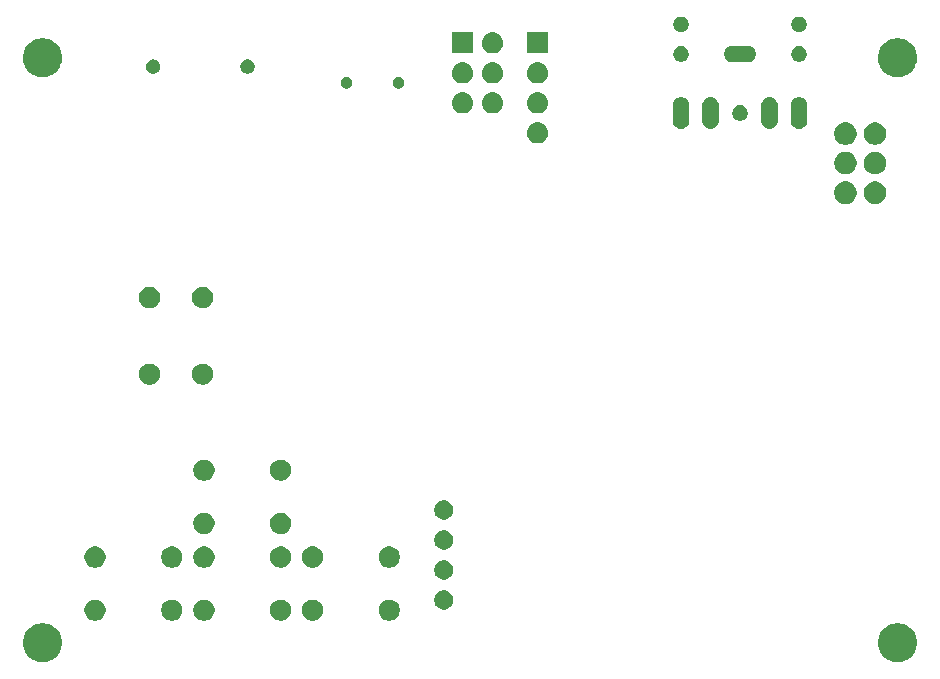
<source format=gbr>
%TF.GenerationSoftware,KiCad,Pcbnew,(5.0.2)-1*%
%TF.CreationDate,2019-08-28T15:07:36-07:00*%
%TF.ProjectId,OPL3_VGM_Player,4f504c33-5f56-4474-9d5f-506c61796572,rev?*%
%TF.SameCoordinates,Original*%
%TF.FileFunction,Soldermask,Bot*%
%TF.FilePolarity,Negative*%
%FSLAX46Y46*%
G04 Gerber Fmt 4.6, Leading zero omitted, Abs format (unit mm)*
G04 Created by KiCad (PCBNEW (5.0.2)-1) date 8/28/2019 3:07:36 PM*
%MOMM*%
%LPD*%
G01*
G04 APERTURE LIST*
%ADD10C,0.100000*%
G04 APERTURE END LIST*
D10*
G36*
X226435256Y-135551298D02*
X226541579Y-135572447D01*
X226842042Y-135696903D01*
X227108852Y-135875180D01*
X227112454Y-135877587D01*
X227342413Y-136107546D01*
X227523098Y-136377960D01*
X227647553Y-136678422D01*
X227711000Y-136997389D01*
X227711000Y-137322611D01*
X227647553Y-137641578D01*
X227523098Y-137942040D01*
X227342413Y-138212454D01*
X227112454Y-138442413D01*
X227112451Y-138442415D01*
X226842042Y-138623097D01*
X226541579Y-138747553D01*
X226435256Y-138768702D01*
X226222611Y-138811000D01*
X225897389Y-138811000D01*
X225684744Y-138768702D01*
X225578421Y-138747553D01*
X225277958Y-138623097D01*
X225007549Y-138442415D01*
X225007546Y-138442413D01*
X224777587Y-138212454D01*
X224596902Y-137942040D01*
X224472447Y-137641578D01*
X224409000Y-137322611D01*
X224409000Y-136997389D01*
X224472447Y-136678422D01*
X224596902Y-136377960D01*
X224777587Y-136107546D01*
X225007546Y-135877587D01*
X225011148Y-135875180D01*
X225277958Y-135696903D01*
X225578421Y-135572447D01*
X225684744Y-135551298D01*
X225897389Y-135509000D01*
X226222611Y-135509000D01*
X226435256Y-135551298D01*
X226435256Y-135551298D01*
G37*
G36*
X154045256Y-135551298D02*
X154151579Y-135572447D01*
X154452042Y-135696903D01*
X154718852Y-135875180D01*
X154722454Y-135877587D01*
X154952413Y-136107546D01*
X155133098Y-136377960D01*
X155257553Y-136678422D01*
X155321000Y-136997389D01*
X155321000Y-137322611D01*
X155257553Y-137641578D01*
X155133098Y-137942040D01*
X154952413Y-138212454D01*
X154722454Y-138442413D01*
X154722451Y-138442415D01*
X154452042Y-138623097D01*
X154151579Y-138747553D01*
X154045256Y-138768702D01*
X153832611Y-138811000D01*
X153507389Y-138811000D01*
X153294744Y-138768702D01*
X153188421Y-138747553D01*
X152887958Y-138623097D01*
X152617549Y-138442415D01*
X152617546Y-138442413D01*
X152387587Y-138212454D01*
X152206902Y-137942040D01*
X152082447Y-137641578D01*
X152019000Y-137322611D01*
X152019000Y-136997389D01*
X152082447Y-136678422D01*
X152206902Y-136377960D01*
X152387587Y-136107546D01*
X152617546Y-135877587D01*
X152621148Y-135875180D01*
X152887958Y-135696903D01*
X153188421Y-135572447D01*
X153294744Y-135551298D01*
X153507389Y-135509000D01*
X153832611Y-135509000D01*
X154045256Y-135551298D01*
X154045256Y-135551298D01*
G37*
G36*
X183292812Y-133541924D02*
X183456784Y-133609844D01*
X183604354Y-133708447D01*
X183729853Y-133833946D01*
X183828456Y-133981516D01*
X183896376Y-134145488D01*
X183931000Y-134319559D01*
X183931000Y-134497041D01*
X183896376Y-134671112D01*
X183828456Y-134835084D01*
X183729853Y-134982654D01*
X183604354Y-135108153D01*
X183456784Y-135206756D01*
X183292812Y-135274676D01*
X183118741Y-135309300D01*
X182941259Y-135309300D01*
X182767188Y-135274676D01*
X182603216Y-135206756D01*
X182455646Y-135108153D01*
X182330147Y-134982654D01*
X182231544Y-134835084D01*
X182163624Y-134671112D01*
X182129000Y-134497041D01*
X182129000Y-134319559D01*
X182163624Y-134145488D01*
X182231544Y-133981516D01*
X182330147Y-133833946D01*
X182455646Y-133708447D01*
X182603216Y-133609844D01*
X182767188Y-133541924D01*
X182941259Y-133507300D01*
X183118741Y-133507300D01*
X183292812Y-133541924D01*
X183292812Y-133541924D01*
G37*
G36*
X176792812Y-133541924D02*
X176956784Y-133609844D01*
X177104354Y-133708447D01*
X177229853Y-133833946D01*
X177328456Y-133981516D01*
X177396376Y-134145488D01*
X177431000Y-134319559D01*
X177431000Y-134497041D01*
X177396376Y-134671112D01*
X177328456Y-134835084D01*
X177229853Y-134982654D01*
X177104354Y-135108153D01*
X176956784Y-135206756D01*
X176792812Y-135274676D01*
X176618741Y-135309300D01*
X176441259Y-135309300D01*
X176267188Y-135274676D01*
X176103216Y-135206756D01*
X175955646Y-135108153D01*
X175830147Y-134982654D01*
X175731544Y-134835084D01*
X175663624Y-134671112D01*
X175629000Y-134497041D01*
X175629000Y-134319559D01*
X175663624Y-134145488D01*
X175731544Y-133981516D01*
X175830147Y-133833946D01*
X175955646Y-133708447D01*
X176103216Y-133609844D01*
X176267188Y-133541924D01*
X176441259Y-133507300D01*
X176618741Y-133507300D01*
X176792812Y-133541924D01*
X176792812Y-133541924D01*
G37*
G36*
X167598012Y-133541924D02*
X167761984Y-133609844D01*
X167909554Y-133708447D01*
X168035053Y-133833946D01*
X168133656Y-133981516D01*
X168201576Y-134145488D01*
X168236200Y-134319559D01*
X168236200Y-134497041D01*
X168201576Y-134671112D01*
X168133656Y-134835084D01*
X168035053Y-134982654D01*
X167909554Y-135108153D01*
X167761984Y-135206756D01*
X167598012Y-135274676D01*
X167423941Y-135309300D01*
X167246459Y-135309300D01*
X167072388Y-135274676D01*
X166908416Y-135206756D01*
X166760846Y-135108153D01*
X166635347Y-134982654D01*
X166536744Y-134835084D01*
X166468824Y-134671112D01*
X166434200Y-134497041D01*
X166434200Y-134319559D01*
X166468824Y-134145488D01*
X166536744Y-133981516D01*
X166635347Y-133833946D01*
X166760846Y-133708447D01*
X166908416Y-133609844D01*
X167072388Y-133541924D01*
X167246459Y-133507300D01*
X167423941Y-133507300D01*
X167598012Y-133541924D01*
X167598012Y-133541924D01*
G37*
G36*
X164877812Y-133541924D02*
X165041784Y-133609844D01*
X165189354Y-133708447D01*
X165314853Y-133833946D01*
X165413456Y-133981516D01*
X165481376Y-134145488D01*
X165516000Y-134319559D01*
X165516000Y-134497041D01*
X165481376Y-134671112D01*
X165413456Y-134835084D01*
X165314853Y-134982654D01*
X165189354Y-135108153D01*
X165041784Y-135206756D01*
X164877812Y-135274676D01*
X164703741Y-135309300D01*
X164526259Y-135309300D01*
X164352188Y-135274676D01*
X164188216Y-135206756D01*
X164040646Y-135108153D01*
X163915147Y-134982654D01*
X163816544Y-134835084D01*
X163748624Y-134671112D01*
X163714000Y-134497041D01*
X163714000Y-134319559D01*
X163748624Y-134145488D01*
X163816544Y-133981516D01*
X163915147Y-133833946D01*
X164040646Y-133708447D01*
X164188216Y-133609844D01*
X164352188Y-133541924D01*
X164526259Y-133507300D01*
X164703741Y-133507300D01*
X164877812Y-133541924D01*
X164877812Y-133541924D01*
G37*
G36*
X158377812Y-133541924D02*
X158541784Y-133609844D01*
X158689354Y-133708447D01*
X158814853Y-133833946D01*
X158913456Y-133981516D01*
X158981376Y-134145488D01*
X159016000Y-134319559D01*
X159016000Y-134497041D01*
X158981376Y-134671112D01*
X158913456Y-134835084D01*
X158814853Y-134982654D01*
X158689354Y-135108153D01*
X158541784Y-135206756D01*
X158377812Y-135274676D01*
X158203741Y-135309300D01*
X158026259Y-135309300D01*
X157852188Y-135274676D01*
X157688216Y-135206756D01*
X157540646Y-135108153D01*
X157415147Y-134982654D01*
X157316544Y-134835084D01*
X157248624Y-134671112D01*
X157214000Y-134497041D01*
X157214000Y-134319559D01*
X157248624Y-134145488D01*
X157316544Y-133981516D01*
X157415147Y-133833946D01*
X157540646Y-133708447D01*
X157688216Y-133609844D01*
X157852188Y-133541924D01*
X158026259Y-133507300D01*
X158203741Y-133507300D01*
X158377812Y-133541924D01*
X158377812Y-133541924D01*
G37*
G36*
X174098012Y-133541924D02*
X174261984Y-133609844D01*
X174409554Y-133708447D01*
X174535053Y-133833946D01*
X174633656Y-133981516D01*
X174701576Y-134145488D01*
X174736200Y-134319559D01*
X174736200Y-134497041D01*
X174701576Y-134671112D01*
X174633656Y-134835084D01*
X174535053Y-134982654D01*
X174409554Y-135108153D01*
X174261984Y-135206756D01*
X174098012Y-135274676D01*
X173923941Y-135309300D01*
X173746459Y-135309300D01*
X173572388Y-135274676D01*
X173408416Y-135206756D01*
X173260846Y-135108153D01*
X173135347Y-134982654D01*
X173036744Y-134835084D01*
X172968824Y-134671112D01*
X172934200Y-134497041D01*
X172934200Y-134319559D01*
X172968824Y-134145488D01*
X173036744Y-133981516D01*
X173135347Y-133833946D01*
X173260846Y-133708447D01*
X173408416Y-133609844D01*
X173572388Y-133541924D01*
X173746459Y-133507300D01*
X173923941Y-133507300D01*
X174098012Y-133541924D01*
X174098012Y-133541924D01*
G37*
G36*
X187885742Y-132758242D02*
X188033702Y-132819530D01*
X188166858Y-132908502D01*
X188280098Y-133021742D01*
X188369070Y-133154898D01*
X188430358Y-133302858D01*
X188461600Y-133459925D01*
X188461600Y-133620075D01*
X188430358Y-133777142D01*
X188369070Y-133925102D01*
X188280098Y-134058258D01*
X188166858Y-134171498D01*
X188033702Y-134260470D01*
X187885742Y-134321758D01*
X187728675Y-134353000D01*
X187568525Y-134353000D01*
X187411458Y-134321758D01*
X187263498Y-134260470D01*
X187130342Y-134171498D01*
X187017102Y-134058258D01*
X186928130Y-133925102D01*
X186866842Y-133777142D01*
X186835600Y-133620075D01*
X186835600Y-133459925D01*
X186866842Y-133302858D01*
X186928130Y-133154898D01*
X187017102Y-133021742D01*
X187130342Y-132908502D01*
X187263498Y-132819530D01*
X187411458Y-132758242D01*
X187568525Y-132727000D01*
X187728675Y-132727000D01*
X187885742Y-132758242D01*
X187885742Y-132758242D01*
G37*
G36*
X187885742Y-130218242D02*
X188033702Y-130279530D01*
X188100730Y-130324317D01*
X188166857Y-130368501D01*
X188280099Y-130481743D01*
X188324283Y-130547870D01*
X188369070Y-130614898D01*
X188430358Y-130762858D01*
X188461600Y-130919925D01*
X188461600Y-131080075D01*
X188430358Y-131237142D01*
X188369070Y-131385102D01*
X188280098Y-131518258D01*
X188166858Y-131631498D01*
X188033702Y-131720470D01*
X187885742Y-131781758D01*
X187728675Y-131813000D01*
X187568525Y-131813000D01*
X187411458Y-131781758D01*
X187263498Y-131720470D01*
X187130342Y-131631498D01*
X187017102Y-131518258D01*
X186928130Y-131385102D01*
X186866842Y-131237142D01*
X186835600Y-131080075D01*
X186835600Y-130919925D01*
X186866842Y-130762858D01*
X186928130Y-130614898D01*
X186972917Y-130547870D01*
X187017101Y-130481743D01*
X187130343Y-130368501D01*
X187196470Y-130324317D01*
X187263498Y-130279530D01*
X187411458Y-130218242D01*
X187568525Y-130187000D01*
X187728675Y-130187000D01*
X187885742Y-130218242D01*
X187885742Y-130218242D01*
G37*
G36*
X183292812Y-129041924D02*
X183456784Y-129109844D01*
X183604354Y-129208447D01*
X183729853Y-129333946D01*
X183828456Y-129481516D01*
X183896376Y-129645488D01*
X183931000Y-129819559D01*
X183931000Y-129997041D01*
X183896376Y-130171112D01*
X183828456Y-130335084D01*
X183729853Y-130482654D01*
X183604354Y-130608153D01*
X183456784Y-130706756D01*
X183292812Y-130774676D01*
X183118741Y-130809300D01*
X182941259Y-130809300D01*
X182767188Y-130774676D01*
X182603216Y-130706756D01*
X182455646Y-130608153D01*
X182330147Y-130482654D01*
X182231544Y-130335084D01*
X182163624Y-130171112D01*
X182129000Y-129997041D01*
X182129000Y-129819559D01*
X182163624Y-129645488D01*
X182231544Y-129481516D01*
X182330147Y-129333946D01*
X182455646Y-129208447D01*
X182603216Y-129109844D01*
X182767188Y-129041924D01*
X182941259Y-129007300D01*
X183118741Y-129007300D01*
X183292812Y-129041924D01*
X183292812Y-129041924D01*
G37*
G36*
X176792812Y-129041924D02*
X176956784Y-129109844D01*
X177104354Y-129208447D01*
X177229853Y-129333946D01*
X177328456Y-129481516D01*
X177396376Y-129645488D01*
X177431000Y-129819559D01*
X177431000Y-129997041D01*
X177396376Y-130171112D01*
X177328456Y-130335084D01*
X177229853Y-130482654D01*
X177104354Y-130608153D01*
X176956784Y-130706756D01*
X176792812Y-130774676D01*
X176618741Y-130809300D01*
X176441259Y-130809300D01*
X176267188Y-130774676D01*
X176103216Y-130706756D01*
X175955646Y-130608153D01*
X175830147Y-130482654D01*
X175731544Y-130335084D01*
X175663624Y-130171112D01*
X175629000Y-129997041D01*
X175629000Y-129819559D01*
X175663624Y-129645488D01*
X175731544Y-129481516D01*
X175830147Y-129333946D01*
X175955646Y-129208447D01*
X176103216Y-129109844D01*
X176267188Y-129041924D01*
X176441259Y-129007300D01*
X176618741Y-129007300D01*
X176792812Y-129041924D01*
X176792812Y-129041924D01*
G37*
G36*
X167598012Y-129041924D02*
X167761984Y-129109844D01*
X167909554Y-129208447D01*
X168035053Y-129333946D01*
X168133656Y-129481516D01*
X168201576Y-129645488D01*
X168236200Y-129819559D01*
X168236200Y-129997041D01*
X168201576Y-130171112D01*
X168133656Y-130335084D01*
X168035053Y-130482654D01*
X167909554Y-130608153D01*
X167761984Y-130706756D01*
X167598012Y-130774676D01*
X167423941Y-130809300D01*
X167246459Y-130809300D01*
X167072388Y-130774676D01*
X166908416Y-130706756D01*
X166760846Y-130608153D01*
X166635347Y-130482654D01*
X166536744Y-130335084D01*
X166468824Y-130171112D01*
X166434200Y-129997041D01*
X166434200Y-129819559D01*
X166468824Y-129645488D01*
X166536744Y-129481516D01*
X166635347Y-129333946D01*
X166760846Y-129208447D01*
X166908416Y-129109844D01*
X167072388Y-129041924D01*
X167246459Y-129007300D01*
X167423941Y-129007300D01*
X167598012Y-129041924D01*
X167598012Y-129041924D01*
G37*
G36*
X174098012Y-129041924D02*
X174261984Y-129109844D01*
X174409554Y-129208447D01*
X174535053Y-129333946D01*
X174633656Y-129481516D01*
X174701576Y-129645488D01*
X174736200Y-129819559D01*
X174736200Y-129997041D01*
X174701576Y-130171112D01*
X174633656Y-130335084D01*
X174535053Y-130482654D01*
X174409554Y-130608153D01*
X174261984Y-130706756D01*
X174098012Y-130774676D01*
X173923941Y-130809300D01*
X173746459Y-130809300D01*
X173572388Y-130774676D01*
X173408416Y-130706756D01*
X173260846Y-130608153D01*
X173135347Y-130482654D01*
X173036744Y-130335084D01*
X172968824Y-130171112D01*
X172934200Y-129997041D01*
X172934200Y-129819559D01*
X172968824Y-129645488D01*
X173036744Y-129481516D01*
X173135347Y-129333946D01*
X173260846Y-129208447D01*
X173408416Y-129109844D01*
X173572388Y-129041924D01*
X173746459Y-129007300D01*
X173923941Y-129007300D01*
X174098012Y-129041924D01*
X174098012Y-129041924D01*
G37*
G36*
X158377812Y-129041924D02*
X158541784Y-129109844D01*
X158689354Y-129208447D01*
X158814853Y-129333946D01*
X158913456Y-129481516D01*
X158981376Y-129645488D01*
X159016000Y-129819559D01*
X159016000Y-129997041D01*
X158981376Y-130171112D01*
X158913456Y-130335084D01*
X158814853Y-130482654D01*
X158689354Y-130608153D01*
X158541784Y-130706756D01*
X158377812Y-130774676D01*
X158203741Y-130809300D01*
X158026259Y-130809300D01*
X157852188Y-130774676D01*
X157688216Y-130706756D01*
X157540646Y-130608153D01*
X157415147Y-130482654D01*
X157316544Y-130335084D01*
X157248624Y-130171112D01*
X157214000Y-129997041D01*
X157214000Y-129819559D01*
X157248624Y-129645488D01*
X157316544Y-129481516D01*
X157415147Y-129333946D01*
X157540646Y-129208447D01*
X157688216Y-129109844D01*
X157852188Y-129041924D01*
X158026259Y-129007300D01*
X158203741Y-129007300D01*
X158377812Y-129041924D01*
X158377812Y-129041924D01*
G37*
G36*
X164877812Y-129041924D02*
X165041784Y-129109844D01*
X165189354Y-129208447D01*
X165314853Y-129333946D01*
X165413456Y-129481516D01*
X165481376Y-129645488D01*
X165516000Y-129819559D01*
X165516000Y-129997041D01*
X165481376Y-130171112D01*
X165413456Y-130335084D01*
X165314853Y-130482654D01*
X165189354Y-130608153D01*
X165041784Y-130706756D01*
X164877812Y-130774676D01*
X164703741Y-130809300D01*
X164526259Y-130809300D01*
X164352188Y-130774676D01*
X164188216Y-130706756D01*
X164040646Y-130608153D01*
X163915147Y-130482654D01*
X163816544Y-130335084D01*
X163748624Y-130171112D01*
X163714000Y-129997041D01*
X163714000Y-129819559D01*
X163748624Y-129645488D01*
X163816544Y-129481516D01*
X163915147Y-129333946D01*
X164040646Y-129208447D01*
X164188216Y-129109844D01*
X164352188Y-129041924D01*
X164526259Y-129007300D01*
X164703741Y-129007300D01*
X164877812Y-129041924D01*
X164877812Y-129041924D01*
G37*
G36*
X187885742Y-127678242D02*
X188033702Y-127739530D01*
X188166858Y-127828502D01*
X188280098Y-127941742D01*
X188369070Y-128074898D01*
X188430358Y-128222858D01*
X188461600Y-128379925D01*
X188461600Y-128540075D01*
X188430358Y-128697142D01*
X188382954Y-128811583D01*
X188369071Y-128845100D01*
X188280099Y-128978257D01*
X188166857Y-129091499D01*
X188100730Y-129135683D01*
X188033702Y-129180470D01*
X187885742Y-129241758D01*
X187728675Y-129273000D01*
X187568525Y-129273000D01*
X187411458Y-129241758D01*
X187263498Y-129180470D01*
X187196470Y-129135683D01*
X187130343Y-129091499D01*
X187017101Y-128978257D01*
X186928129Y-128845100D01*
X186914246Y-128811583D01*
X186866842Y-128697142D01*
X186835600Y-128540075D01*
X186835600Y-128379925D01*
X186866842Y-128222858D01*
X186928130Y-128074898D01*
X187017102Y-127941742D01*
X187130342Y-127828502D01*
X187263498Y-127739530D01*
X187411458Y-127678242D01*
X187568525Y-127647000D01*
X187728675Y-127647000D01*
X187885742Y-127678242D01*
X187885742Y-127678242D01*
G37*
G36*
X167598012Y-126188624D02*
X167761984Y-126256544D01*
X167909554Y-126355147D01*
X168035053Y-126480646D01*
X168133656Y-126628216D01*
X168201576Y-126792188D01*
X168236200Y-126966259D01*
X168236200Y-127143741D01*
X168201576Y-127317812D01*
X168133656Y-127481784D01*
X168035053Y-127629354D01*
X167909554Y-127754853D01*
X167761984Y-127853456D01*
X167598012Y-127921376D01*
X167423941Y-127956000D01*
X167246459Y-127956000D01*
X167072388Y-127921376D01*
X166908416Y-127853456D01*
X166760846Y-127754853D01*
X166635347Y-127629354D01*
X166536744Y-127481784D01*
X166468824Y-127317812D01*
X166434200Y-127143741D01*
X166434200Y-126966259D01*
X166468824Y-126792188D01*
X166536744Y-126628216D01*
X166635347Y-126480646D01*
X166760846Y-126355147D01*
X166908416Y-126256544D01*
X167072388Y-126188624D01*
X167246459Y-126154000D01*
X167423941Y-126154000D01*
X167598012Y-126188624D01*
X167598012Y-126188624D01*
G37*
G36*
X174098012Y-126188624D02*
X174261984Y-126256544D01*
X174409554Y-126355147D01*
X174535053Y-126480646D01*
X174633656Y-126628216D01*
X174701576Y-126792188D01*
X174736200Y-126966259D01*
X174736200Y-127143741D01*
X174701576Y-127317812D01*
X174633656Y-127481784D01*
X174535053Y-127629354D01*
X174409554Y-127754853D01*
X174261984Y-127853456D01*
X174098012Y-127921376D01*
X173923941Y-127956000D01*
X173746459Y-127956000D01*
X173572388Y-127921376D01*
X173408416Y-127853456D01*
X173260846Y-127754853D01*
X173135347Y-127629354D01*
X173036744Y-127481784D01*
X172968824Y-127317812D01*
X172934200Y-127143741D01*
X172934200Y-126966259D01*
X172968824Y-126792188D01*
X173036744Y-126628216D01*
X173135347Y-126480646D01*
X173260846Y-126355147D01*
X173408416Y-126256544D01*
X173572388Y-126188624D01*
X173746459Y-126154000D01*
X173923941Y-126154000D01*
X174098012Y-126188624D01*
X174098012Y-126188624D01*
G37*
G36*
X187885742Y-125138242D02*
X188033702Y-125199530D01*
X188166858Y-125288502D01*
X188280098Y-125401742D01*
X188369070Y-125534898D01*
X188430358Y-125682858D01*
X188461600Y-125839925D01*
X188461600Y-126000075D01*
X188430358Y-126157142D01*
X188369070Y-126305102D01*
X188280098Y-126438258D01*
X188166858Y-126551498D01*
X188033702Y-126640470D01*
X187885742Y-126701758D01*
X187728675Y-126733000D01*
X187568525Y-126733000D01*
X187411458Y-126701758D01*
X187263498Y-126640470D01*
X187130342Y-126551498D01*
X187017102Y-126438258D01*
X186928130Y-126305102D01*
X186866842Y-126157142D01*
X186835600Y-126000075D01*
X186835600Y-125839925D01*
X186866842Y-125682858D01*
X186928130Y-125534898D01*
X187017102Y-125401742D01*
X187130342Y-125288502D01*
X187263498Y-125199530D01*
X187411458Y-125138242D01*
X187568525Y-125107000D01*
X187728675Y-125107000D01*
X187885742Y-125138242D01*
X187885742Y-125138242D01*
G37*
G36*
X174098012Y-121688624D02*
X174261984Y-121756544D01*
X174409554Y-121855147D01*
X174535053Y-121980646D01*
X174633656Y-122128216D01*
X174701576Y-122292188D01*
X174736200Y-122466259D01*
X174736200Y-122643741D01*
X174701576Y-122817812D01*
X174633656Y-122981784D01*
X174535053Y-123129354D01*
X174409554Y-123254853D01*
X174261984Y-123353456D01*
X174098012Y-123421376D01*
X173923941Y-123456000D01*
X173746459Y-123456000D01*
X173572388Y-123421376D01*
X173408416Y-123353456D01*
X173260846Y-123254853D01*
X173135347Y-123129354D01*
X173036744Y-122981784D01*
X172968824Y-122817812D01*
X172934200Y-122643741D01*
X172934200Y-122466259D01*
X172968824Y-122292188D01*
X173036744Y-122128216D01*
X173135347Y-121980646D01*
X173260846Y-121855147D01*
X173408416Y-121756544D01*
X173572388Y-121688624D01*
X173746459Y-121654000D01*
X173923941Y-121654000D01*
X174098012Y-121688624D01*
X174098012Y-121688624D01*
G37*
G36*
X167598012Y-121688624D02*
X167761984Y-121756544D01*
X167909554Y-121855147D01*
X168035053Y-121980646D01*
X168133656Y-122128216D01*
X168201576Y-122292188D01*
X168236200Y-122466259D01*
X168236200Y-122643741D01*
X168201576Y-122817812D01*
X168133656Y-122981784D01*
X168035053Y-123129354D01*
X167909554Y-123254853D01*
X167761984Y-123353456D01*
X167598012Y-123421376D01*
X167423941Y-123456000D01*
X167246459Y-123456000D01*
X167072388Y-123421376D01*
X166908416Y-123353456D01*
X166760846Y-123254853D01*
X166635347Y-123129354D01*
X166536744Y-122981784D01*
X166468824Y-122817812D01*
X166434200Y-122643741D01*
X166434200Y-122466259D01*
X166468824Y-122292188D01*
X166536744Y-122128216D01*
X166635347Y-121980646D01*
X166760846Y-121855147D01*
X166908416Y-121756544D01*
X167072388Y-121688624D01*
X167246459Y-121654000D01*
X167423941Y-121654000D01*
X167598012Y-121688624D01*
X167598012Y-121688624D01*
G37*
G36*
X167496412Y-113558224D02*
X167660384Y-113626144D01*
X167807954Y-113724747D01*
X167933453Y-113850246D01*
X168032056Y-113997816D01*
X168099976Y-114161788D01*
X168134600Y-114335859D01*
X168134600Y-114513341D01*
X168099976Y-114687412D01*
X168032056Y-114851384D01*
X167933453Y-114998954D01*
X167807954Y-115124453D01*
X167660384Y-115223056D01*
X167496412Y-115290976D01*
X167322341Y-115325600D01*
X167144859Y-115325600D01*
X166970788Y-115290976D01*
X166806816Y-115223056D01*
X166659246Y-115124453D01*
X166533747Y-114998954D01*
X166435144Y-114851384D01*
X166367224Y-114687412D01*
X166332600Y-114513341D01*
X166332600Y-114335859D01*
X166367224Y-114161788D01*
X166435144Y-113997816D01*
X166533747Y-113850246D01*
X166659246Y-113724747D01*
X166806816Y-113626144D01*
X166970788Y-113558224D01*
X167144859Y-113523600D01*
X167322341Y-113523600D01*
X167496412Y-113558224D01*
X167496412Y-113558224D01*
G37*
G36*
X162996412Y-113558224D02*
X163160384Y-113626144D01*
X163307954Y-113724747D01*
X163433453Y-113850246D01*
X163532056Y-113997816D01*
X163599976Y-114161788D01*
X163634600Y-114335859D01*
X163634600Y-114513341D01*
X163599976Y-114687412D01*
X163532056Y-114851384D01*
X163433453Y-114998954D01*
X163307954Y-115124453D01*
X163160384Y-115223056D01*
X162996412Y-115290976D01*
X162822341Y-115325600D01*
X162644859Y-115325600D01*
X162470788Y-115290976D01*
X162306816Y-115223056D01*
X162159246Y-115124453D01*
X162033747Y-114998954D01*
X161935144Y-114851384D01*
X161867224Y-114687412D01*
X161832600Y-114513341D01*
X161832600Y-114335859D01*
X161867224Y-114161788D01*
X161935144Y-113997816D01*
X162033747Y-113850246D01*
X162159246Y-113724747D01*
X162306816Y-113626144D01*
X162470788Y-113558224D01*
X162644859Y-113523600D01*
X162822341Y-113523600D01*
X162996412Y-113558224D01*
X162996412Y-113558224D01*
G37*
G36*
X162996412Y-107058224D02*
X163160384Y-107126144D01*
X163307954Y-107224747D01*
X163433453Y-107350246D01*
X163532056Y-107497816D01*
X163599976Y-107661788D01*
X163634600Y-107835859D01*
X163634600Y-108013341D01*
X163599976Y-108187412D01*
X163532056Y-108351384D01*
X163433453Y-108498954D01*
X163307954Y-108624453D01*
X163160384Y-108723056D01*
X162996412Y-108790976D01*
X162822341Y-108825600D01*
X162644859Y-108825600D01*
X162470788Y-108790976D01*
X162306816Y-108723056D01*
X162159246Y-108624453D01*
X162033747Y-108498954D01*
X161935144Y-108351384D01*
X161867224Y-108187412D01*
X161832600Y-108013341D01*
X161832600Y-107835859D01*
X161867224Y-107661788D01*
X161935144Y-107497816D01*
X162033747Y-107350246D01*
X162159246Y-107224747D01*
X162306816Y-107126144D01*
X162470788Y-107058224D01*
X162644859Y-107023600D01*
X162822341Y-107023600D01*
X162996412Y-107058224D01*
X162996412Y-107058224D01*
G37*
G36*
X167496412Y-107058224D02*
X167660384Y-107126144D01*
X167807954Y-107224747D01*
X167933453Y-107350246D01*
X168032056Y-107497816D01*
X168099976Y-107661788D01*
X168134600Y-107835859D01*
X168134600Y-108013341D01*
X168099976Y-108187412D01*
X168032056Y-108351384D01*
X167933453Y-108498954D01*
X167807954Y-108624453D01*
X167660384Y-108723056D01*
X167496412Y-108790976D01*
X167322341Y-108825600D01*
X167144859Y-108825600D01*
X166970788Y-108790976D01*
X166806816Y-108723056D01*
X166659246Y-108624453D01*
X166533747Y-108498954D01*
X166435144Y-108351384D01*
X166367224Y-108187412D01*
X166332600Y-108013341D01*
X166332600Y-107835859D01*
X166367224Y-107661788D01*
X166435144Y-107497816D01*
X166533747Y-107350246D01*
X166659246Y-107224747D01*
X166806816Y-107126144D01*
X166970788Y-107058224D01*
X167144859Y-107023600D01*
X167322341Y-107023600D01*
X167496412Y-107058224D01*
X167496412Y-107058224D01*
G37*
G36*
X224432396Y-98145546D02*
X224605466Y-98217234D01*
X224761230Y-98321312D01*
X224893688Y-98453770D01*
X224997766Y-98609534D01*
X225069454Y-98782604D01*
X225106000Y-98966333D01*
X225106000Y-99153667D01*
X225069454Y-99337396D01*
X224997766Y-99510466D01*
X224893688Y-99666230D01*
X224761230Y-99798688D01*
X224605466Y-99902766D01*
X224432396Y-99974454D01*
X224248667Y-100011000D01*
X224061333Y-100011000D01*
X223877604Y-99974454D01*
X223704534Y-99902766D01*
X223548770Y-99798688D01*
X223416312Y-99666230D01*
X223312234Y-99510466D01*
X223240546Y-99337396D01*
X223204000Y-99153667D01*
X223204000Y-98966333D01*
X223240546Y-98782604D01*
X223312234Y-98609534D01*
X223416312Y-98453770D01*
X223548770Y-98321312D01*
X223704534Y-98217234D01*
X223877604Y-98145546D01*
X224061333Y-98109000D01*
X224248667Y-98109000D01*
X224432396Y-98145546D01*
X224432396Y-98145546D01*
G37*
G36*
X221932396Y-98145546D02*
X222105466Y-98217234D01*
X222261230Y-98321312D01*
X222393688Y-98453770D01*
X222497766Y-98609534D01*
X222569454Y-98782604D01*
X222606000Y-98966333D01*
X222606000Y-99153667D01*
X222569454Y-99337396D01*
X222497766Y-99510466D01*
X222393688Y-99666230D01*
X222261230Y-99798688D01*
X222105466Y-99902766D01*
X221932396Y-99974454D01*
X221748667Y-100011000D01*
X221561333Y-100011000D01*
X221377604Y-99974454D01*
X221204534Y-99902766D01*
X221048770Y-99798688D01*
X220916312Y-99666230D01*
X220812234Y-99510466D01*
X220740546Y-99337396D01*
X220704000Y-99153667D01*
X220704000Y-98966333D01*
X220740546Y-98782604D01*
X220812234Y-98609534D01*
X220916312Y-98453770D01*
X221048770Y-98321312D01*
X221204534Y-98217234D01*
X221377604Y-98145546D01*
X221561333Y-98109000D01*
X221748667Y-98109000D01*
X221932396Y-98145546D01*
X221932396Y-98145546D01*
G37*
G36*
X221932396Y-95645546D02*
X222105466Y-95717234D01*
X222261230Y-95821312D01*
X222393688Y-95953770D01*
X222497766Y-96109534D01*
X222569454Y-96282604D01*
X222606000Y-96466333D01*
X222606000Y-96653667D01*
X222569454Y-96837396D01*
X222497766Y-97010466D01*
X222393688Y-97166230D01*
X222261230Y-97298688D01*
X222105466Y-97402766D01*
X221932396Y-97474454D01*
X221748667Y-97511000D01*
X221561333Y-97511000D01*
X221377604Y-97474454D01*
X221204534Y-97402766D01*
X221048770Y-97298688D01*
X220916312Y-97166230D01*
X220812234Y-97010466D01*
X220740546Y-96837396D01*
X220704000Y-96653667D01*
X220704000Y-96466333D01*
X220740546Y-96282604D01*
X220812234Y-96109534D01*
X220916312Y-95953770D01*
X221048770Y-95821312D01*
X221204534Y-95717234D01*
X221377604Y-95645546D01*
X221561333Y-95609000D01*
X221748667Y-95609000D01*
X221932396Y-95645546D01*
X221932396Y-95645546D01*
G37*
G36*
X224432396Y-95645546D02*
X224605466Y-95717234D01*
X224761230Y-95821312D01*
X224893688Y-95953770D01*
X224997766Y-96109534D01*
X225069454Y-96282604D01*
X225106000Y-96466333D01*
X225106000Y-96653667D01*
X225069454Y-96837396D01*
X224997766Y-97010466D01*
X224893688Y-97166230D01*
X224761230Y-97298688D01*
X224605466Y-97402766D01*
X224432396Y-97474454D01*
X224248667Y-97511000D01*
X224061333Y-97511000D01*
X223877604Y-97474454D01*
X223704534Y-97402766D01*
X223548770Y-97298688D01*
X223416312Y-97166230D01*
X223312234Y-97010466D01*
X223240546Y-96837396D01*
X223204000Y-96653667D01*
X223204000Y-96466333D01*
X223240546Y-96282604D01*
X223312234Y-96109534D01*
X223416312Y-95953770D01*
X223548770Y-95821312D01*
X223704534Y-95717234D01*
X223877604Y-95645546D01*
X224061333Y-95609000D01*
X224248667Y-95609000D01*
X224432396Y-95645546D01*
X224432396Y-95645546D01*
G37*
G36*
X224432396Y-93145546D02*
X224605466Y-93217234D01*
X224761230Y-93321312D01*
X224893688Y-93453770D01*
X224997766Y-93609534D01*
X225069454Y-93782604D01*
X225106000Y-93966333D01*
X225106000Y-94153667D01*
X225069454Y-94337396D01*
X224997766Y-94510466D01*
X224893688Y-94666230D01*
X224761230Y-94798688D01*
X224605466Y-94902766D01*
X224432396Y-94974454D01*
X224248667Y-95011000D01*
X224061333Y-95011000D01*
X223877604Y-94974454D01*
X223704534Y-94902766D01*
X223548770Y-94798688D01*
X223416312Y-94666230D01*
X223312234Y-94510466D01*
X223240546Y-94337396D01*
X223204000Y-94153667D01*
X223204000Y-93966333D01*
X223240546Y-93782604D01*
X223312234Y-93609534D01*
X223416312Y-93453770D01*
X223548770Y-93321312D01*
X223704534Y-93217234D01*
X223877604Y-93145546D01*
X224061333Y-93109000D01*
X224248667Y-93109000D01*
X224432396Y-93145546D01*
X224432396Y-93145546D01*
G37*
G36*
X221932396Y-93145546D02*
X222105466Y-93217234D01*
X222261230Y-93321312D01*
X222393688Y-93453770D01*
X222497766Y-93609534D01*
X222569454Y-93782604D01*
X222606000Y-93966333D01*
X222606000Y-94153667D01*
X222569454Y-94337396D01*
X222497766Y-94510466D01*
X222393688Y-94666230D01*
X222261230Y-94798688D01*
X222105466Y-94902766D01*
X221932396Y-94974454D01*
X221748667Y-95011000D01*
X221561333Y-95011000D01*
X221377604Y-94974454D01*
X221204534Y-94902766D01*
X221048770Y-94798688D01*
X220916312Y-94666230D01*
X220812234Y-94510466D01*
X220740546Y-94337396D01*
X220704000Y-94153667D01*
X220704000Y-93966333D01*
X220740546Y-93782604D01*
X220812234Y-93609534D01*
X220916312Y-93453770D01*
X221048770Y-93321312D01*
X221204534Y-93217234D01*
X221377604Y-93145546D01*
X221561333Y-93109000D01*
X221748667Y-93109000D01*
X221932396Y-93145546D01*
X221932396Y-93145546D01*
G37*
G36*
X195690443Y-93085519D02*
X195756627Y-93092037D01*
X195869853Y-93126384D01*
X195926467Y-93143557D01*
X196064305Y-93217234D01*
X196082991Y-93227222D01*
X196118729Y-93256552D01*
X196220186Y-93339814D01*
X196303448Y-93441271D01*
X196332778Y-93477009D01*
X196332779Y-93477011D01*
X196416443Y-93633533D01*
X196422770Y-93654391D01*
X196467963Y-93803373D01*
X196485359Y-93980000D01*
X196467963Y-94156627D01*
X196433616Y-94269853D01*
X196416443Y-94326467D01*
X196410601Y-94337396D01*
X196332778Y-94482991D01*
X196310230Y-94510466D01*
X196220186Y-94620186D01*
X196118729Y-94703448D01*
X196082991Y-94732778D01*
X196082989Y-94732779D01*
X195926467Y-94816443D01*
X195869853Y-94833616D01*
X195756627Y-94867963D01*
X195690443Y-94874481D01*
X195624260Y-94881000D01*
X195535740Y-94881000D01*
X195469557Y-94874481D01*
X195403373Y-94867963D01*
X195290147Y-94833616D01*
X195233533Y-94816443D01*
X195077011Y-94732779D01*
X195077009Y-94732778D01*
X195041271Y-94703448D01*
X194939814Y-94620186D01*
X194849770Y-94510466D01*
X194827222Y-94482991D01*
X194749399Y-94337396D01*
X194743557Y-94326467D01*
X194726384Y-94269853D01*
X194692037Y-94156627D01*
X194674641Y-93980000D01*
X194692037Y-93803373D01*
X194737230Y-93654391D01*
X194743557Y-93633533D01*
X194827221Y-93477011D01*
X194827222Y-93477009D01*
X194856552Y-93441271D01*
X194939814Y-93339814D01*
X195041271Y-93256552D01*
X195077009Y-93227222D01*
X195095695Y-93217234D01*
X195233533Y-93143557D01*
X195290147Y-93126384D01*
X195403373Y-93092037D01*
X195469557Y-93085519D01*
X195535740Y-93079000D01*
X195624260Y-93079000D01*
X195690443Y-93085519D01*
X195690443Y-93085519D01*
G37*
G36*
X207862421Y-90959143D02*
X207994557Y-90999227D01*
X207994559Y-90999228D01*
X208116339Y-91064320D01*
X208223080Y-91151920D01*
X208310680Y-91258661D01*
X208375772Y-91380441D01*
X208375773Y-91380443D01*
X208415857Y-91512579D01*
X208426000Y-91615568D01*
X208426000Y-92984432D01*
X208415857Y-93087421D01*
X208376477Y-93217235D01*
X208375772Y-93219559D01*
X208310680Y-93341339D01*
X208247691Y-93418090D01*
X208223078Y-93448082D01*
X208130427Y-93524117D01*
X208116338Y-93535680D01*
X207994558Y-93600772D01*
X207994556Y-93600773D01*
X207862420Y-93640857D01*
X207725000Y-93654391D01*
X207587579Y-93640857D01*
X207455443Y-93600773D01*
X207455441Y-93600772D01*
X207333661Y-93535680D01*
X207256910Y-93472691D01*
X207226918Y-93448078D01*
X207139321Y-93341339D01*
X207139320Y-93341337D01*
X207074228Y-93219558D01*
X207073523Y-93217234D01*
X207034143Y-93087420D01*
X207024000Y-92984431D01*
X207024001Y-91615568D01*
X207034144Y-91512579D01*
X207074228Y-91380443D01*
X207074229Y-91380441D01*
X207139321Y-91258661D01*
X207226921Y-91151920D01*
X207333662Y-91064320D01*
X207455442Y-90999228D01*
X207455444Y-90999227D01*
X207587580Y-90959143D01*
X207725000Y-90945609D01*
X207862421Y-90959143D01*
X207862421Y-90959143D01*
G37*
G36*
X217862421Y-90959143D02*
X217994557Y-90999227D01*
X217994559Y-90999228D01*
X218116339Y-91064320D01*
X218223080Y-91151920D01*
X218310680Y-91258661D01*
X218375772Y-91380441D01*
X218375773Y-91380443D01*
X218415857Y-91512579D01*
X218426000Y-91615568D01*
X218426000Y-92984432D01*
X218415857Y-93087421D01*
X218376477Y-93217235D01*
X218375772Y-93219559D01*
X218310680Y-93341339D01*
X218247691Y-93418090D01*
X218223078Y-93448082D01*
X218130427Y-93524117D01*
X218116338Y-93535680D01*
X217994558Y-93600772D01*
X217994556Y-93600773D01*
X217862420Y-93640857D01*
X217725000Y-93654391D01*
X217587579Y-93640857D01*
X217455443Y-93600773D01*
X217455441Y-93600772D01*
X217333661Y-93535680D01*
X217256910Y-93472691D01*
X217226918Y-93448078D01*
X217139321Y-93341339D01*
X217139320Y-93341337D01*
X217074228Y-93219558D01*
X217073523Y-93217234D01*
X217034143Y-93087420D01*
X217024000Y-92984431D01*
X217024001Y-91615568D01*
X217034144Y-91512579D01*
X217074228Y-91380443D01*
X217074229Y-91380441D01*
X217139321Y-91258661D01*
X217226921Y-91151920D01*
X217333662Y-91064320D01*
X217455442Y-90999228D01*
X217455444Y-90999227D01*
X217587580Y-90959143D01*
X217725000Y-90945609D01*
X217862421Y-90959143D01*
X217862421Y-90959143D01*
G37*
G36*
X215362421Y-90959143D02*
X215494557Y-90999227D01*
X215494559Y-90999228D01*
X215616339Y-91064320D01*
X215723080Y-91151920D01*
X215810680Y-91258661D01*
X215875772Y-91380441D01*
X215875773Y-91380443D01*
X215915857Y-91512579D01*
X215926000Y-91615568D01*
X215926000Y-92984432D01*
X215915857Y-93087421D01*
X215876477Y-93217235D01*
X215875772Y-93219559D01*
X215810680Y-93341339D01*
X215747691Y-93418090D01*
X215723078Y-93448082D01*
X215630427Y-93524117D01*
X215616338Y-93535680D01*
X215494558Y-93600772D01*
X215494556Y-93600773D01*
X215362420Y-93640857D01*
X215225000Y-93654391D01*
X215087579Y-93640857D01*
X214955443Y-93600773D01*
X214955441Y-93600772D01*
X214833661Y-93535680D01*
X214756910Y-93472691D01*
X214726918Y-93448078D01*
X214639321Y-93341339D01*
X214639320Y-93341337D01*
X214574228Y-93219558D01*
X214573523Y-93217234D01*
X214534143Y-93087420D01*
X214524000Y-92984431D01*
X214524001Y-91615568D01*
X214534144Y-91512579D01*
X214574228Y-91380443D01*
X214574229Y-91380441D01*
X214639321Y-91258661D01*
X214726921Y-91151920D01*
X214833662Y-91064320D01*
X214955442Y-90999228D01*
X214955444Y-90999227D01*
X215087580Y-90959143D01*
X215225000Y-90945609D01*
X215362421Y-90959143D01*
X215362421Y-90959143D01*
G37*
G36*
X210362421Y-90959143D02*
X210494557Y-90999227D01*
X210494559Y-90999228D01*
X210616339Y-91064320D01*
X210723080Y-91151920D01*
X210810680Y-91258661D01*
X210875772Y-91380441D01*
X210875773Y-91380443D01*
X210915857Y-91512579D01*
X210926000Y-91615568D01*
X210926000Y-92984432D01*
X210915857Y-93087421D01*
X210876477Y-93217235D01*
X210875772Y-93219559D01*
X210810680Y-93341339D01*
X210747691Y-93418090D01*
X210723078Y-93448082D01*
X210630427Y-93524117D01*
X210616338Y-93535680D01*
X210494558Y-93600772D01*
X210494556Y-93600773D01*
X210362420Y-93640857D01*
X210225000Y-93654391D01*
X210087579Y-93640857D01*
X209955443Y-93600773D01*
X209955441Y-93600772D01*
X209833661Y-93535680D01*
X209756910Y-93472691D01*
X209726918Y-93448078D01*
X209639321Y-93341339D01*
X209639320Y-93341337D01*
X209574228Y-93219558D01*
X209573523Y-93217234D01*
X209534143Y-93087420D01*
X209524000Y-92984431D01*
X209524001Y-91615568D01*
X209534144Y-91512579D01*
X209574228Y-91380443D01*
X209574229Y-91380441D01*
X209639321Y-91258661D01*
X209726921Y-91151920D01*
X209833662Y-91064320D01*
X209955442Y-90999228D01*
X209955444Y-90999227D01*
X210087580Y-90959143D01*
X210225000Y-90945609D01*
X210362421Y-90959143D01*
X210362421Y-90959143D01*
G37*
G36*
X212914890Y-91674017D02*
X213033361Y-91723089D01*
X213033364Y-91723091D01*
X213128213Y-91786467D01*
X213139992Y-91794338D01*
X213230662Y-91885008D01*
X213301911Y-91991639D01*
X213350983Y-92110110D01*
X213376000Y-92235881D01*
X213376000Y-92364119D01*
X213350983Y-92489890D01*
X213301911Y-92608361D01*
X213230662Y-92714992D01*
X213139992Y-92805662D01*
X213033361Y-92876911D01*
X212914890Y-92925983D01*
X212789119Y-92951000D01*
X212660881Y-92951000D01*
X212535110Y-92925983D01*
X212416639Y-92876911D01*
X212310008Y-92805662D01*
X212219338Y-92714992D01*
X212148089Y-92608361D01*
X212099017Y-92489890D01*
X212074000Y-92364119D01*
X212074000Y-92235881D01*
X212099017Y-92110110D01*
X212148089Y-91991639D01*
X212219338Y-91885008D01*
X212310008Y-91794338D01*
X212321788Y-91786467D01*
X212416636Y-91723091D01*
X212416639Y-91723089D01*
X212535110Y-91674017D01*
X212660881Y-91649000D01*
X212789119Y-91649000D01*
X212914890Y-91674017D01*
X212914890Y-91674017D01*
G37*
G36*
X195690443Y-90545519D02*
X195756627Y-90552037D01*
X195869853Y-90586384D01*
X195926467Y-90603557D01*
X196065087Y-90677652D01*
X196082991Y-90687222D01*
X196118729Y-90716552D01*
X196220186Y-90799814D01*
X196303448Y-90901271D01*
X196332778Y-90937009D01*
X196332779Y-90937011D01*
X196416443Y-91093533D01*
X196416443Y-91093534D01*
X196467963Y-91263373D01*
X196485359Y-91440000D01*
X196467963Y-91616627D01*
X196450554Y-91674017D01*
X196416443Y-91786467D01*
X196363771Y-91885008D01*
X196332778Y-91942991D01*
X196303448Y-91978729D01*
X196220186Y-92080186D01*
X196118729Y-92163448D01*
X196082991Y-92192778D01*
X196082989Y-92192779D01*
X195926467Y-92276443D01*
X195869853Y-92293616D01*
X195756627Y-92327963D01*
X195690443Y-92334481D01*
X195624260Y-92341000D01*
X195535740Y-92341000D01*
X195469557Y-92334481D01*
X195403373Y-92327963D01*
X195290147Y-92293616D01*
X195233533Y-92276443D01*
X195077011Y-92192779D01*
X195077009Y-92192778D01*
X195041271Y-92163448D01*
X194939814Y-92080186D01*
X194856552Y-91978729D01*
X194827222Y-91942991D01*
X194796229Y-91885008D01*
X194743557Y-91786467D01*
X194709446Y-91674017D01*
X194692037Y-91616627D01*
X194674641Y-91440000D01*
X194692037Y-91263373D01*
X194743557Y-91093534D01*
X194743557Y-91093533D01*
X194827221Y-90937011D01*
X194827222Y-90937009D01*
X194856552Y-90901271D01*
X194939814Y-90799814D01*
X195041271Y-90716552D01*
X195077009Y-90687222D01*
X195094913Y-90677652D01*
X195233533Y-90603557D01*
X195290147Y-90586384D01*
X195403373Y-90552037D01*
X195469558Y-90545518D01*
X195535740Y-90539000D01*
X195624260Y-90539000D01*
X195690443Y-90545519D01*
X195690443Y-90545519D01*
G37*
G36*
X189340443Y-90545519D02*
X189406627Y-90552037D01*
X189519853Y-90586384D01*
X189576467Y-90603557D01*
X189715087Y-90677652D01*
X189732991Y-90687222D01*
X189768729Y-90716552D01*
X189870186Y-90799814D01*
X189953448Y-90901271D01*
X189982778Y-90937009D01*
X189982779Y-90937011D01*
X190066443Y-91093533D01*
X190066443Y-91093534D01*
X190117963Y-91263373D01*
X190135359Y-91440000D01*
X190117963Y-91616627D01*
X190100554Y-91674017D01*
X190066443Y-91786467D01*
X190013771Y-91885008D01*
X189982778Y-91942991D01*
X189953448Y-91978729D01*
X189870186Y-92080186D01*
X189768729Y-92163448D01*
X189732991Y-92192778D01*
X189732989Y-92192779D01*
X189576467Y-92276443D01*
X189519853Y-92293616D01*
X189406627Y-92327963D01*
X189340443Y-92334481D01*
X189274260Y-92341000D01*
X189185740Y-92341000D01*
X189119557Y-92334481D01*
X189053373Y-92327963D01*
X188940147Y-92293616D01*
X188883533Y-92276443D01*
X188727011Y-92192779D01*
X188727009Y-92192778D01*
X188691271Y-92163448D01*
X188589814Y-92080186D01*
X188506552Y-91978729D01*
X188477222Y-91942991D01*
X188446229Y-91885008D01*
X188393557Y-91786467D01*
X188359446Y-91674017D01*
X188342037Y-91616627D01*
X188324641Y-91440000D01*
X188342037Y-91263373D01*
X188393557Y-91093534D01*
X188393557Y-91093533D01*
X188477221Y-90937011D01*
X188477222Y-90937009D01*
X188506552Y-90901271D01*
X188589814Y-90799814D01*
X188691271Y-90716552D01*
X188727009Y-90687222D01*
X188744913Y-90677652D01*
X188883533Y-90603557D01*
X188940147Y-90586384D01*
X189053373Y-90552037D01*
X189119558Y-90545518D01*
X189185740Y-90539000D01*
X189274260Y-90539000D01*
X189340443Y-90545519D01*
X189340443Y-90545519D01*
G37*
G36*
X191880443Y-90545519D02*
X191946627Y-90552037D01*
X192059853Y-90586384D01*
X192116467Y-90603557D01*
X192255087Y-90677652D01*
X192272991Y-90687222D01*
X192308729Y-90716552D01*
X192410186Y-90799814D01*
X192493448Y-90901271D01*
X192522778Y-90937009D01*
X192522779Y-90937011D01*
X192606443Y-91093533D01*
X192606443Y-91093534D01*
X192657963Y-91263373D01*
X192675359Y-91440000D01*
X192657963Y-91616627D01*
X192640554Y-91674017D01*
X192606443Y-91786467D01*
X192553771Y-91885008D01*
X192522778Y-91942991D01*
X192493448Y-91978729D01*
X192410186Y-92080186D01*
X192308729Y-92163448D01*
X192272991Y-92192778D01*
X192272989Y-92192779D01*
X192116467Y-92276443D01*
X192059853Y-92293616D01*
X191946627Y-92327963D01*
X191880443Y-92334481D01*
X191814260Y-92341000D01*
X191725740Y-92341000D01*
X191659557Y-92334481D01*
X191593373Y-92327963D01*
X191480147Y-92293616D01*
X191423533Y-92276443D01*
X191267011Y-92192779D01*
X191267009Y-92192778D01*
X191231271Y-92163448D01*
X191129814Y-92080186D01*
X191046552Y-91978729D01*
X191017222Y-91942991D01*
X190986229Y-91885008D01*
X190933557Y-91786467D01*
X190899446Y-91674017D01*
X190882037Y-91616627D01*
X190864641Y-91440000D01*
X190882037Y-91263373D01*
X190933557Y-91093534D01*
X190933557Y-91093533D01*
X191017221Y-90937011D01*
X191017222Y-90937009D01*
X191046552Y-90901271D01*
X191129814Y-90799814D01*
X191231271Y-90716552D01*
X191267009Y-90687222D01*
X191284913Y-90677652D01*
X191423533Y-90603557D01*
X191480147Y-90586384D01*
X191593373Y-90552037D01*
X191659558Y-90545518D01*
X191725740Y-90539000D01*
X191814260Y-90539000D01*
X191880443Y-90545519D01*
X191880443Y-90545519D01*
G37*
G36*
X183956136Y-89253253D02*
X184047312Y-89291019D01*
X184129372Y-89345850D01*
X184199150Y-89415628D01*
X184253981Y-89497688D01*
X184291747Y-89588864D01*
X184311000Y-89685656D01*
X184311000Y-89784344D01*
X184291747Y-89881136D01*
X184253981Y-89972312D01*
X184199150Y-90054372D01*
X184129372Y-90124150D01*
X184047312Y-90178981D01*
X183956136Y-90216747D01*
X183859344Y-90236000D01*
X183760656Y-90236000D01*
X183663864Y-90216747D01*
X183572688Y-90178981D01*
X183490628Y-90124150D01*
X183420850Y-90054372D01*
X183366019Y-89972312D01*
X183328253Y-89881136D01*
X183309000Y-89784344D01*
X183309000Y-89685656D01*
X183328253Y-89588864D01*
X183366019Y-89497688D01*
X183420850Y-89415628D01*
X183490628Y-89345850D01*
X183572688Y-89291019D01*
X183663864Y-89253253D01*
X183760656Y-89234000D01*
X183859344Y-89234000D01*
X183956136Y-89253253D01*
X183956136Y-89253253D01*
G37*
G36*
X179556136Y-89253253D02*
X179647312Y-89291019D01*
X179729372Y-89345850D01*
X179799150Y-89415628D01*
X179853981Y-89497688D01*
X179891747Y-89588864D01*
X179911000Y-89685656D01*
X179911000Y-89784344D01*
X179891747Y-89881136D01*
X179853981Y-89972312D01*
X179799150Y-90054372D01*
X179729372Y-90124150D01*
X179647312Y-90178981D01*
X179556136Y-90216747D01*
X179459344Y-90236000D01*
X179360656Y-90236000D01*
X179263864Y-90216747D01*
X179172688Y-90178981D01*
X179090628Y-90124150D01*
X179020850Y-90054372D01*
X178966019Y-89972312D01*
X178928253Y-89881136D01*
X178909000Y-89784344D01*
X178909000Y-89685656D01*
X178928253Y-89588864D01*
X178966019Y-89497688D01*
X179020850Y-89415628D01*
X179090628Y-89345850D01*
X179172688Y-89291019D01*
X179263864Y-89253253D01*
X179360656Y-89234000D01*
X179459344Y-89234000D01*
X179556136Y-89253253D01*
X179556136Y-89253253D01*
G37*
G36*
X195690443Y-88005519D02*
X195756627Y-88012037D01*
X195869853Y-88046384D01*
X195926467Y-88063557D01*
X196065087Y-88137652D01*
X196082991Y-88147222D01*
X196118729Y-88176552D01*
X196220186Y-88259814D01*
X196303448Y-88361271D01*
X196332778Y-88397009D01*
X196332779Y-88397011D01*
X196416443Y-88553533D01*
X196416443Y-88553534D01*
X196467963Y-88723373D01*
X196485359Y-88900000D01*
X196467963Y-89076627D01*
X196433616Y-89189853D01*
X196416443Y-89246467D01*
X196363322Y-89345848D01*
X196332778Y-89402991D01*
X196303448Y-89438729D01*
X196220186Y-89540186D01*
X196118729Y-89623448D01*
X196082991Y-89652778D01*
X196082989Y-89652779D01*
X195926467Y-89736443D01*
X195869853Y-89753616D01*
X195756627Y-89787963D01*
X195690443Y-89794481D01*
X195624260Y-89801000D01*
X195535740Y-89801000D01*
X195469557Y-89794481D01*
X195403373Y-89787963D01*
X195290147Y-89753616D01*
X195233533Y-89736443D01*
X195077011Y-89652779D01*
X195077009Y-89652778D01*
X195041271Y-89623448D01*
X194939814Y-89540186D01*
X194856552Y-89438729D01*
X194827222Y-89402991D01*
X194796678Y-89345848D01*
X194743557Y-89246467D01*
X194726384Y-89189853D01*
X194692037Y-89076627D01*
X194674641Y-88900000D01*
X194692037Y-88723373D01*
X194743557Y-88553534D01*
X194743557Y-88553533D01*
X194827221Y-88397011D01*
X194827222Y-88397009D01*
X194856552Y-88361271D01*
X194939814Y-88259814D01*
X195041271Y-88176552D01*
X195077009Y-88147222D01*
X195094913Y-88137652D01*
X195233533Y-88063557D01*
X195290147Y-88046384D01*
X195403373Y-88012037D01*
X195469558Y-88005518D01*
X195535740Y-87999000D01*
X195624260Y-87999000D01*
X195690443Y-88005519D01*
X195690443Y-88005519D01*
G37*
G36*
X189340443Y-88005519D02*
X189406627Y-88012037D01*
X189519853Y-88046384D01*
X189576467Y-88063557D01*
X189715087Y-88137652D01*
X189732991Y-88147222D01*
X189768729Y-88176552D01*
X189870186Y-88259814D01*
X189953448Y-88361271D01*
X189982778Y-88397009D01*
X189982779Y-88397011D01*
X190066443Y-88553533D01*
X190066443Y-88553534D01*
X190117963Y-88723373D01*
X190135359Y-88900000D01*
X190117963Y-89076627D01*
X190083616Y-89189853D01*
X190066443Y-89246467D01*
X190013322Y-89345848D01*
X189982778Y-89402991D01*
X189953448Y-89438729D01*
X189870186Y-89540186D01*
X189768729Y-89623448D01*
X189732991Y-89652778D01*
X189732989Y-89652779D01*
X189576467Y-89736443D01*
X189519853Y-89753616D01*
X189406627Y-89787963D01*
X189340443Y-89794481D01*
X189274260Y-89801000D01*
X189185740Y-89801000D01*
X189119557Y-89794481D01*
X189053373Y-89787963D01*
X188940147Y-89753616D01*
X188883533Y-89736443D01*
X188727011Y-89652779D01*
X188727009Y-89652778D01*
X188691271Y-89623448D01*
X188589814Y-89540186D01*
X188506552Y-89438729D01*
X188477222Y-89402991D01*
X188446678Y-89345848D01*
X188393557Y-89246467D01*
X188376384Y-89189853D01*
X188342037Y-89076627D01*
X188324641Y-88900000D01*
X188342037Y-88723373D01*
X188393557Y-88553534D01*
X188393557Y-88553533D01*
X188477221Y-88397011D01*
X188477222Y-88397009D01*
X188506552Y-88361271D01*
X188589814Y-88259814D01*
X188691271Y-88176552D01*
X188727009Y-88147222D01*
X188744913Y-88137652D01*
X188883533Y-88063557D01*
X188940147Y-88046384D01*
X189053373Y-88012037D01*
X189119558Y-88005518D01*
X189185740Y-87999000D01*
X189274260Y-87999000D01*
X189340443Y-88005519D01*
X189340443Y-88005519D01*
G37*
G36*
X191880443Y-88005519D02*
X191946627Y-88012037D01*
X192059853Y-88046384D01*
X192116467Y-88063557D01*
X192255087Y-88137652D01*
X192272991Y-88147222D01*
X192308729Y-88176552D01*
X192410186Y-88259814D01*
X192493448Y-88361271D01*
X192522778Y-88397009D01*
X192522779Y-88397011D01*
X192606443Y-88553533D01*
X192606443Y-88553534D01*
X192657963Y-88723373D01*
X192675359Y-88900000D01*
X192657963Y-89076627D01*
X192623616Y-89189853D01*
X192606443Y-89246467D01*
X192553322Y-89345848D01*
X192522778Y-89402991D01*
X192493448Y-89438729D01*
X192410186Y-89540186D01*
X192308729Y-89623448D01*
X192272991Y-89652778D01*
X192272989Y-89652779D01*
X192116467Y-89736443D01*
X192059853Y-89753616D01*
X191946627Y-89787963D01*
X191880443Y-89794481D01*
X191814260Y-89801000D01*
X191725740Y-89801000D01*
X191659557Y-89794481D01*
X191593373Y-89787963D01*
X191480147Y-89753616D01*
X191423533Y-89736443D01*
X191267011Y-89652779D01*
X191267009Y-89652778D01*
X191231271Y-89623448D01*
X191129814Y-89540186D01*
X191046552Y-89438729D01*
X191017222Y-89402991D01*
X190986678Y-89345848D01*
X190933557Y-89246467D01*
X190916384Y-89189853D01*
X190882037Y-89076627D01*
X190864641Y-88900000D01*
X190882037Y-88723373D01*
X190933557Y-88553534D01*
X190933557Y-88553533D01*
X191017221Y-88397011D01*
X191017222Y-88397009D01*
X191046552Y-88361271D01*
X191129814Y-88259814D01*
X191231271Y-88176552D01*
X191267009Y-88147222D01*
X191284913Y-88137652D01*
X191423533Y-88063557D01*
X191480147Y-88046384D01*
X191593373Y-88012037D01*
X191659558Y-88005518D01*
X191725740Y-87999000D01*
X191814260Y-87999000D01*
X191880443Y-88005519D01*
X191880443Y-88005519D01*
G37*
G36*
X226435256Y-86021298D02*
X226541579Y-86042447D01*
X226842042Y-86166903D01*
X226866691Y-86183373D01*
X227112454Y-86347587D01*
X227342413Y-86577546D01*
X227342415Y-86577549D01*
X227523097Y-86847958D01*
X227632790Y-87112779D01*
X227647553Y-87148422D01*
X227711000Y-87467389D01*
X227711000Y-87792611D01*
X227679539Y-87950773D01*
X227647553Y-88111579D01*
X227565030Y-88310806D01*
X227523098Y-88412040D01*
X227342413Y-88682454D01*
X227112454Y-88912413D01*
X227112451Y-88912415D01*
X226842042Y-89093097D01*
X226541579Y-89217553D01*
X226458894Y-89234000D01*
X226222611Y-89281000D01*
X225897389Y-89281000D01*
X225661106Y-89234000D01*
X225578421Y-89217553D01*
X225277958Y-89093097D01*
X225007549Y-88912415D01*
X225007546Y-88912413D01*
X224777587Y-88682454D01*
X224596902Y-88412040D01*
X224554970Y-88310806D01*
X224472447Y-88111579D01*
X224440461Y-87950773D01*
X224409000Y-87792611D01*
X224409000Y-87467389D01*
X224472447Y-87148422D01*
X224487211Y-87112779D01*
X224596903Y-86847958D01*
X224777585Y-86577549D01*
X224777587Y-86577546D01*
X225007546Y-86347587D01*
X225253309Y-86183373D01*
X225277958Y-86166903D01*
X225578421Y-86042447D01*
X225684744Y-86021298D01*
X225897389Y-85979000D01*
X226222611Y-85979000D01*
X226435256Y-86021298D01*
X226435256Y-86021298D01*
G37*
G36*
X154045256Y-86021298D02*
X154151579Y-86042447D01*
X154452042Y-86166903D01*
X154476691Y-86183373D01*
X154722454Y-86347587D01*
X154952413Y-86577546D01*
X154952415Y-86577549D01*
X155133097Y-86847958D01*
X155242790Y-87112779D01*
X155257553Y-87148422D01*
X155321000Y-87467389D01*
X155321000Y-87792611D01*
X155289539Y-87950773D01*
X155257553Y-88111579D01*
X155175030Y-88310806D01*
X155133098Y-88412040D01*
X154952413Y-88682454D01*
X154722454Y-88912413D01*
X154722451Y-88912415D01*
X154452042Y-89093097D01*
X154151579Y-89217553D01*
X154068894Y-89234000D01*
X153832611Y-89281000D01*
X153507389Y-89281000D01*
X153271106Y-89234000D01*
X153188421Y-89217553D01*
X152887958Y-89093097D01*
X152617549Y-88912415D01*
X152617546Y-88912413D01*
X152387587Y-88682454D01*
X152206902Y-88412040D01*
X152164970Y-88310806D01*
X152082447Y-88111579D01*
X152050461Y-87950773D01*
X152019000Y-87792611D01*
X152019000Y-87467389D01*
X152082447Y-87148422D01*
X152097211Y-87112779D01*
X152206903Y-86847958D01*
X152387585Y-86577549D01*
X152387587Y-86577546D01*
X152617546Y-86347587D01*
X152863309Y-86183373D01*
X152887958Y-86166903D01*
X153188421Y-86042447D01*
X153294744Y-86021298D01*
X153507389Y-85979000D01*
X153832611Y-85979000D01*
X154045256Y-86021298D01*
X154045256Y-86021298D01*
G37*
G36*
X171205305Y-87792096D02*
X171314680Y-87837400D01*
X171413118Y-87903175D01*
X171496825Y-87986882D01*
X171562600Y-88085320D01*
X171607904Y-88194695D01*
X171631000Y-88310806D01*
X171631000Y-88429194D01*
X171607904Y-88545305D01*
X171562600Y-88654680D01*
X171496825Y-88753118D01*
X171413118Y-88836825D01*
X171314680Y-88902600D01*
X171205305Y-88947904D01*
X171089194Y-88971000D01*
X170970806Y-88971000D01*
X170854695Y-88947904D01*
X170745320Y-88902600D01*
X170646882Y-88836825D01*
X170563175Y-88753118D01*
X170497400Y-88654680D01*
X170452096Y-88545305D01*
X170429000Y-88429194D01*
X170429000Y-88310806D01*
X170452096Y-88194695D01*
X170497400Y-88085320D01*
X170563175Y-87986882D01*
X170646882Y-87903175D01*
X170745320Y-87837400D01*
X170854695Y-87792096D01*
X170970806Y-87769000D01*
X171089194Y-87769000D01*
X171205305Y-87792096D01*
X171205305Y-87792096D01*
G37*
G36*
X163205305Y-87792096D02*
X163314680Y-87837400D01*
X163413118Y-87903175D01*
X163496825Y-87986882D01*
X163562600Y-88085320D01*
X163607904Y-88194695D01*
X163631000Y-88310806D01*
X163631000Y-88429194D01*
X163607904Y-88545305D01*
X163562600Y-88654680D01*
X163496825Y-88753118D01*
X163413118Y-88836825D01*
X163314680Y-88902600D01*
X163205305Y-88947904D01*
X163089194Y-88971000D01*
X162970806Y-88971000D01*
X162854695Y-88947904D01*
X162745320Y-88902600D01*
X162646882Y-88836825D01*
X162563175Y-88753118D01*
X162497400Y-88654680D01*
X162452096Y-88545305D01*
X162429000Y-88429194D01*
X162429000Y-88310806D01*
X162452096Y-88194695D01*
X162497400Y-88085320D01*
X162563175Y-87986882D01*
X162646882Y-87903175D01*
X162745320Y-87837400D01*
X162854695Y-87792096D01*
X162970806Y-87769000D01*
X163089194Y-87769000D01*
X163205305Y-87792096D01*
X163205305Y-87792096D01*
G37*
G36*
X213512421Y-86609143D02*
X213644557Y-86649227D01*
X213644559Y-86649228D01*
X213766339Y-86714320D01*
X213873080Y-86801920D01*
X213960680Y-86908661D01*
X214025772Y-87030441D01*
X214025773Y-87030443D01*
X214065857Y-87162579D01*
X214079391Y-87300000D01*
X214065857Y-87437421D01*
X214025773Y-87569557D01*
X214025772Y-87569559D01*
X213960680Y-87691339D01*
X213873080Y-87798080D01*
X213766339Y-87885680D01*
X213644559Y-87950772D01*
X213644557Y-87950773D01*
X213512421Y-87990857D01*
X213409432Y-88001000D01*
X212040568Y-88001000D01*
X211937579Y-87990857D01*
X211805443Y-87950773D01*
X211805441Y-87950772D01*
X211683661Y-87885680D01*
X211576920Y-87798080D01*
X211489320Y-87691339D01*
X211424228Y-87569559D01*
X211424227Y-87569557D01*
X211384143Y-87437421D01*
X211370609Y-87300000D01*
X211384143Y-87162579D01*
X211424227Y-87030443D01*
X211424228Y-87030441D01*
X211489320Y-86908661D01*
X211576920Y-86801920D01*
X211683661Y-86714320D01*
X211805441Y-86649228D01*
X211805443Y-86649227D01*
X211937579Y-86609143D01*
X212040568Y-86599000D01*
X213409432Y-86599000D01*
X213512421Y-86609143D01*
X213512421Y-86609143D01*
G37*
G36*
X217914890Y-86674017D02*
X218033361Y-86723089D01*
X218139992Y-86794338D01*
X218230662Y-86885008D01*
X218301911Y-86991639D01*
X218350983Y-87110110D01*
X218376000Y-87235881D01*
X218376000Y-87364119D01*
X218350983Y-87489890D01*
X218301911Y-87608361D01*
X218230662Y-87714992D01*
X218139992Y-87805662D01*
X218033361Y-87876911D01*
X217914890Y-87925983D01*
X217789119Y-87951000D01*
X217660881Y-87951000D01*
X217535110Y-87925983D01*
X217416639Y-87876911D01*
X217310008Y-87805662D01*
X217219338Y-87714992D01*
X217148089Y-87608361D01*
X217099017Y-87489890D01*
X217074000Y-87364119D01*
X217074000Y-87235881D01*
X217099017Y-87110110D01*
X217148089Y-86991639D01*
X217219338Y-86885008D01*
X217310008Y-86794338D01*
X217416639Y-86723089D01*
X217535110Y-86674017D01*
X217660881Y-86649000D01*
X217789119Y-86649000D01*
X217914890Y-86674017D01*
X217914890Y-86674017D01*
G37*
G36*
X207914890Y-86674017D02*
X208033361Y-86723089D01*
X208139992Y-86794338D01*
X208230662Y-86885008D01*
X208301911Y-86991639D01*
X208350983Y-87110110D01*
X208376000Y-87235881D01*
X208376000Y-87364119D01*
X208350983Y-87489890D01*
X208301911Y-87608361D01*
X208230662Y-87714992D01*
X208139992Y-87805662D01*
X208033361Y-87876911D01*
X207914890Y-87925983D01*
X207789119Y-87951000D01*
X207660881Y-87951000D01*
X207535110Y-87925983D01*
X207416639Y-87876911D01*
X207310008Y-87805662D01*
X207219338Y-87714992D01*
X207148089Y-87608361D01*
X207099017Y-87489890D01*
X207074000Y-87364119D01*
X207074000Y-87235881D01*
X207099017Y-87110110D01*
X207148089Y-86991639D01*
X207219338Y-86885008D01*
X207310008Y-86794338D01*
X207416639Y-86723089D01*
X207535110Y-86674017D01*
X207660881Y-86649000D01*
X207789119Y-86649000D01*
X207914890Y-86674017D01*
X207914890Y-86674017D01*
G37*
G36*
X191880442Y-85465518D02*
X191946627Y-85472037D01*
X192059853Y-85506384D01*
X192116467Y-85523557D01*
X192255087Y-85597652D01*
X192272991Y-85607222D01*
X192308729Y-85636552D01*
X192410186Y-85719814D01*
X192493448Y-85821271D01*
X192522778Y-85857009D01*
X192522779Y-85857011D01*
X192606443Y-86013533D01*
X192606443Y-86013534D01*
X192657963Y-86183373D01*
X192675359Y-86360000D01*
X192657963Y-86536627D01*
X192635965Y-86609144D01*
X192606443Y-86706467D01*
X192532348Y-86845087D01*
X192522778Y-86862991D01*
X192493448Y-86898729D01*
X192410186Y-87000186D01*
X192308729Y-87083448D01*
X192272991Y-87112778D01*
X192272989Y-87112779D01*
X192116467Y-87196443D01*
X192059853Y-87213616D01*
X191946627Y-87247963D01*
X191880442Y-87254482D01*
X191814260Y-87261000D01*
X191725740Y-87261000D01*
X191659558Y-87254482D01*
X191593373Y-87247963D01*
X191480147Y-87213616D01*
X191423533Y-87196443D01*
X191267011Y-87112779D01*
X191267009Y-87112778D01*
X191231271Y-87083448D01*
X191129814Y-87000186D01*
X191046552Y-86898729D01*
X191017222Y-86862991D01*
X191007652Y-86845087D01*
X190933557Y-86706467D01*
X190904035Y-86609144D01*
X190882037Y-86536627D01*
X190864641Y-86360000D01*
X190882037Y-86183373D01*
X190933557Y-86013534D01*
X190933557Y-86013533D01*
X191017221Y-85857011D01*
X191017222Y-85857009D01*
X191046552Y-85821271D01*
X191129814Y-85719814D01*
X191231271Y-85636552D01*
X191267009Y-85607222D01*
X191284913Y-85597652D01*
X191423533Y-85523557D01*
X191480147Y-85506384D01*
X191593373Y-85472037D01*
X191659558Y-85465518D01*
X191725740Y-85459000D01*
X191814260Y-85459000D01*
X191880442Y-85465518D01*
X191880442Y-85465518D01*
G37*
G36*
X190131000Y-87261000D02*
X188329000Y-87261000D01*
X188329000Y-85459000D01*
X190131000Y-85459000D01*
X190131000Y-87261000D01*
X190131000Y-87261000D01*
G37*
G36*
X196481000Y-87261000D02*
X194679000Y-87261000D01*
X194679000Y-85459000D01*
X196481000Y-85459000D01*
X196481000Y-87261000D01*
X196481000Y-87261000D01*
G37*
G36*
X217914890Y-84174017D02*
X218033361Y-84223089D01*
X218139992Y-84294338D01*
X218230662Y-84385008D01*
X218301911Y-84491639D01*
X218350983Y-84610110D01*
X218376000Y-84735881D01*
X218376000Y-84864119D01*
X218350983Y-84989890D01*
X218301911Y-85108361D01*
X218230662Y-85214992D01*
X218139992Y-85305662D01*
X218033361Y-85376911D01*
X217914890Y-85425983D01*
X217789119Y-85451000D01*
X217660881Y-85451000D01*
X217535110Y-85425983D01*
X217416639Y-85376911D01*
X217310008Y-85305662D01*
X217219338Y-85214992D01*
X217148089Y-85108361D01*
X217099017Y-84989890D01*
X217074000Y-84864119D01*
X217074000Y-84735881D01*
X217099017Y-84610110D01*
X217148089Y-84491639D01*
X217219338Y-84385008D01*
X217310008Y-84294338D01*
X217416639Y-84223089D01*
X217535110Y-84174017D01*
X217660881Y-84149000D01*
X217789119Y-84149000D01*
X217914890Y-84174017D01*
X217914890Y-84174017D01*
G37*
G36*
X207914890Y-84174017D02*
X208033361Y-84223089D01*
X208139992Y-84294338D01*
X208230662Y-84385008D01*
X208301911Y-84491639D01*
X208350983Y-84610110D01*
X208376000Y-84735881D01*
X208376000Y-84864119D01*
X208350983Y-84989890D01*
X208301911Y-85108361D01*
X208230662Y-85214992D01*
X208139992Y-85305662D01*
X208033361Y-85376911D01*
X207914890Y-85425983D01*
X207789119Y-85451000D01*
X207660881Y-85451000D01*
X207535110Y-85425983D01*
X207416639Y-85376911D01*
X207310008Y-85305662D01*
X207219338Y-85214992D01*
X207148089Y-85108361D01*
X207099017Y-84989890D01*
X207074000Y-84864119D01*
X207074000Y-84735881D01*
X207099017Y-84610110D01*
X207148089Y-84491639D01*
X207219338Y-84385008D01*
X207310008Y-84294338D01*
X207416639Y-84223089D01*
X207535110Y-84174017D01*
X207660881Y-84149000D01*
X207789119Y-84149000D01*
X207914890Y-84174017D01*
X207914890Y-84174017D01*
G37*
M02*

</source>
